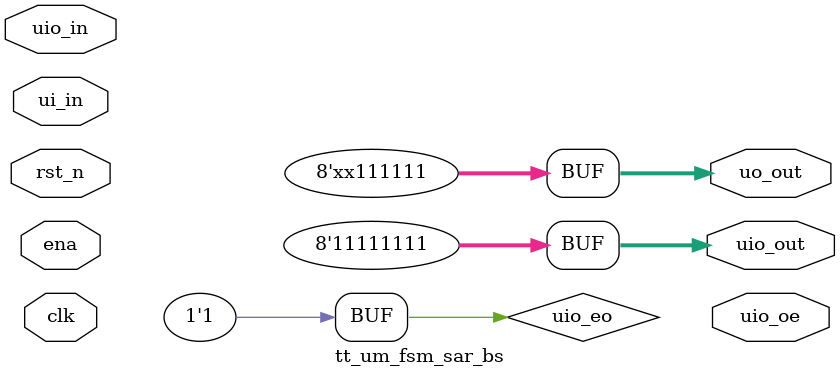
<source format=v>
/*
 * Copyright (c) 2024 Your Name
 * SPDX-License-Identifier: Apache-2.0
 */

`define default_netname none

module tt_um_fsm_sar_bs (
    input  wire [7:0] ui_in,    // Dedicated inputs
    output wire [7:0] uo_out,   // Dedicated outputs
    input  wire [7:0] uio_in,   // IOs: Input path
    output wire [7:0] uio_out,  // IOs: Output path
    output wire [7:0] uio_oe,   // IOs: Enable path (active high: 0=input, 1=output)
    input  wire       ena,      // will go high when the design is enabled
    input  wire       clk,      // clock
    input  wire       rst_n     // reset_n - low to reset
);

  // All output pins must be assigned. If not used, assign to 0.
  //assign uo_out  = ui_in + uio_in;  // Example: ou_out is the sum of ui_in and uio_in
  //assign uio_out = 0;
  //assign uio_oe  = 0;

    fsm_sar_bs #(.Width(6)) C2R (.clk_i(ui_in[7]), .rst_i(ui_in[6]), .start_i(ui_in[5]), .cmp_i(ui_in[4]) , .result_o(uo_out[5:0]), .dac_o(uo_out[5:0]), .sample_o(uo_out[7]) , .eoc_o(uo_out[6]));   

    assign uio_eo = 8'b11111111;
    assign uio_out = 8'b11111111;
    assign uo_out = 8'bXX111111;
endmodule

</source>
